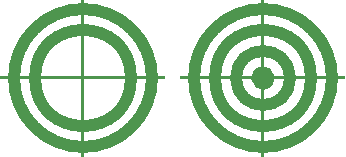
<source format=gbr>
%FSLAX34Y34*%%MOIN*%%AMMOIRE1*6,0,0,0.5,0.04,0.03,2,0.01,0.55,0*%%AMMOIRE2*6,0,0,0.5,0.04,0.03,4,0.01,0.55,0*%%ADD10MOIRE1*%D10*X0Y0D03*%ADD11MOIRE2*%D11*X6000D03*M02*
</source>
